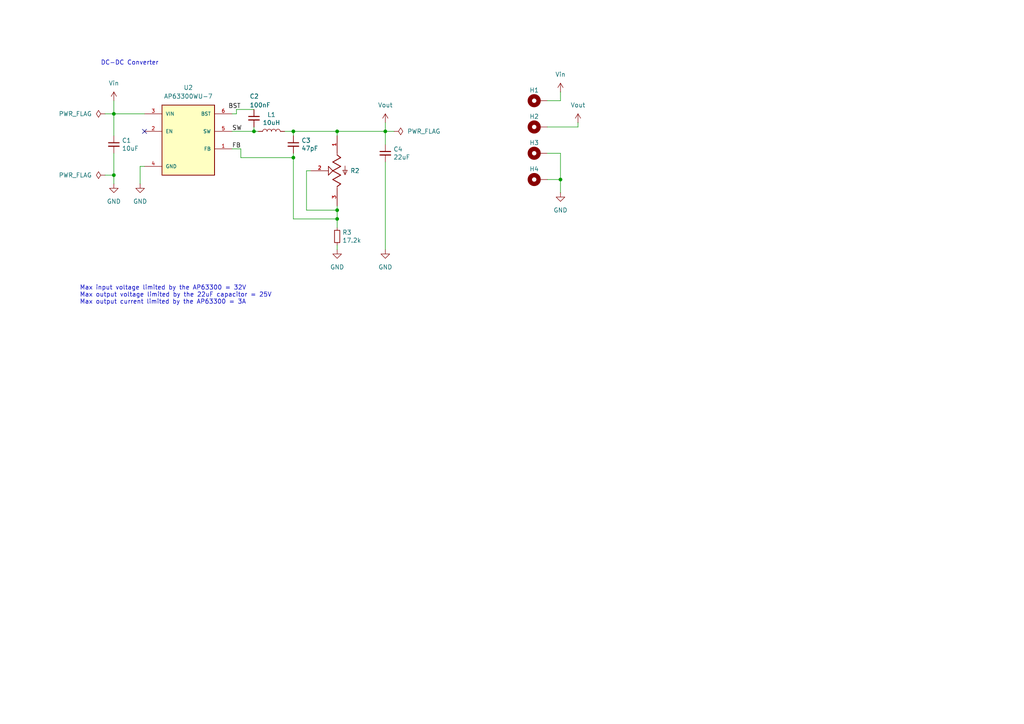
<source format=kicad_sch>
(kicad_sch (version 20231120) (generator "eeschema") (generator_version "8.0")
  (paper "A4")
  (title_block (company "François Gervais"))
  (lib_symbols
    (symbol "AP63300WU-7_1" (pin_names (offset 1.016))
      (property "Reference" "U" (at -7.62 10.16 0))
      (property "Value" "AP63300WU-7" (at -7.62 -12.7 0))
      (symbol "AP63300WU-7_1_0_0"
        (rectangle (start -7.62 -10.16) (end 7.62 10.16) (stroke (width 0.254)) (fill (type background)))
        (pin input line (at 12.7 -2.54 180) (length 5.08) (name "FB") (number "1"))
        (pin input line (at -12.7 2.54 0) (length 5.08) (name "EN") (number "2"))
        (pin power_in line (at -12.7 7.62 0) (length 5.08) (name "VIN") (number "3"))
        (pin power_in line (at -12.7 -7.62 0) (length 5.08) (name "GND") (number "4"))
        (pin output line (at 12.7 2.54 180) (length 5.08) (name "SW") (number "5"))
        (pin input line (at 12.7 7.62 180) (length 5.08) (name "BST") (number "6"))
      )
    )
    (symbol "Device:C_Small" (pin_numbers hide) (pin_names (offset 0.254) hide)
      (property "Reference" "C" (at 0.254 1.778 0))
      (property "Value" "C_Small" (at 0.254 -2.032 0))
      (symbol "C_Small_0_1"
        (polyline (pts (xy -1.524 -0.508) (xy 1.524 -0.508)) (stroke (width 0.3302)))
        (polyline (pts (xy -1.524 0.508) (xy 1.524 0.508)) (stroke (width 0.3048)))
      )
      (symbol "C_Small_1_1"
        (pin passive line (at 0 2.54 270) (length 2.032) (name "~") (number "1"))
        (pin passive line (at 0 -2.54 90) (length 2.032) (name "~") (number "2"))
      )
    )
    (symbol "Device:L" (pin_numbers hide) (pin_names (offset 1.016) hide)
      (property "Reference" "L" (at -1.27 0 90))
      (property "Value" "L" (at 1.905 0 90))
      (symbol "L_0_1"
        (arc (start 0 -2.54) (mid 0.6323 -1.905) (end 0 -1.27))
        (arc (start 0 -1.27) (mid 0.6323 -0.635) (end 0 0))
        (arc (start 0 0) (mid 0.6323 0.635) (end 0 1.27))
        (arc (start 0 1.27) (mid 0.6323 1.905) (end 0 2.54))
      )
      (symbol "L_1_1"
        (pin passive line (at 0 3.81 270) (length 1.27) (name "1") (number "1"))
        (pin passive line (at 0 -3.81 90) (length 1.27) (name "2") (number "2"))
      )
    )
    (symbol "Device:R_Small" (pin_numbers hide) (pin_names (offset 0.254) hide)
      (property "Reference" "R" (at 0.762 0.508 0))
      (property "Value" "R_Small" (at 0.762 -1.016 0))
      (symbol "R_Small_0_1"
        (rectangle (start -0.762 1.778) (end 0.762 -1.778) (stroke (width 0.2032)))
      )
      (symbol "R_Small_1_1"
        (pin passive line (at 0 2.54 270) (length 0.762) (name "~") (number "1"))
        (pin passive line (at 0 -2.54 90) (length 0.762) (name "~") (number "2"))
      )
    )
    (symbol "Mechanical:MountingHole_Pad" (pin_numbers hide) (pin_names (offset 1.016) hide) (exclude_from_sim yes) (in_bom no)
      (property "Reference" "H" (at 0 6.35 0))
      (property "Value" "MountingHole_Pad" (at 0 4.445 0))
      (symbol "MountingHole_Pad_0_1"
        (circle (center 0 1.27) (radius 1.27) (stroke (width 1.27)))
      )
      (symbol "MountingHole_Pad_1_1"
        (pin input line (at 0 -2.54 90) (length 2.54) (name "1") (number "1"))
      )
    )
    (symbol "TC33X-2-504E_1" (pin_names (offset 1.016))
      (property "Reference" "R" (at 3.0511 3.8139 0))
      (property "Value" "TC33X-2-504E" (at 2.5421 -5.0842 0))
      (symbol "TC33X-2-504E_1_0_0"
        (polyline (pts (xy -4.572 0) (xy -5.08 0)) (stroke (width 0.1524)))
        (polyline (pts (xy -3.81 -1.016) (xy -4.572 0)) (stroke (width 0.254)))
        (polyline (pts (xy -2.54 1.27) (xy -3.81 -1.016)) (stroke (width 0.254)))
        (polyline (pts (xy -1.397 -2.286) (xy 1.143 -2.286)) (stroke (width 0.1524)))
        (polyline (pts (xy -1.27 -1.016) (xy -2.54 1.27)) (stroke (width 0.254)))
        (polyline (pts (xy -1.27 2.54) (xy 1.27 2.54)) (stroke (width 0.2032)))
        (polyline (pts (xy -0.127 -2.921) (xy -0.127 -1.651)) (stroke (width 0.1524)))
        (polyline (pts (xy -0.127 -1.651) (xy 1.143 -2.286)) (stroke (width 0.1524)))
        (polyline (pts (xy 0 1.27) (xy -1.27 -1.016)) (stroke (width 0.254)))
        (polyline (pts (xy 0 1.27) (xy -1.27 2.54)) (stroke (width 0.2032)))
        (polyline (pts (xy 1.143 -2.286) (xy -0.127 -2.921)) (stroke (width 0.1524)))
        (polyline (pts (xy 1.27 -1.016) (xy 0 1.27)) (stroke (width 0.254)))
        (polyline (pts (xy 1.27 2.54) (xy 0 1.27)) (stroke (width 0.2032)))
        (polyline (pts (xy 2.54 1.27) (xy 1.27 -1.016)) (stroke (width 0.254)))
        (polyline (pts (xy 3.81 -1.016) (xy 2.54 1.27)) (stroke (width 0.254)))
        (polyline (pts (xy 4.572 0) (xy 3.81 -1.016)) (stroke (width 0.254)))
        (polyline (pts (xy 5.08 0) (xy 4.572 0)) (stroke (width 0.1524)))
        (pin passive line (at -10.16 0 0) (length 5.08) (name "~") (number "1"))
        (pin passive line (at 0 7.62 270) (length 5.08) (name "~") (number "2"))
        (pin passive line (at 10.16 0 180) (length 5.08) (name "~") (number "3"))
      )
    )
    (symbol "power:GND" (power) (pin_numbers hide) (pin_names (offset 0) hide)
      (property "Value" "GND" (at 0 -3.81 0))
      (symbol "GND_0_1"
        (polyline (pts (xy 0 0) (xy 0 -1.27) (xy 1.27 -1.27) (xy 0 -2.54) (xy -1.27 -1.27) (xy 0 -1.27)))
      )
      (symbol "GND_1_1"
        (pin power_in line (at 0 0 270) (length 0) (name "~") (number "1"))
      )
    )
    (symbol "power:PWR_FLAG" (power) (pin_numbers hide) (pin_names (offset 0) hide)
      (property "Value" "PWR_FLAG" (at 0 3.81 0))
      (symbol "PWR_FLAG_0_0"
        (pin power_out line (at 0 0 90) (length 0) (name "~") (number "1"))
      )
      (symbol "PWR_FLAG_0_1"
        (polyline (pts (xy 0 0) (xy 0 1.27) (xy -1.016 1.905) (xy 0 2.54) (xy 1.016 1.905) (xy 0 1.27)))
      )
    )
    (symbol "power:VCC" (power) (pin_numbers hide) (pin_names (offset 0) hide)
      (property "Value" "VCC" (at 0 3.556 0))
      (symbol "VCC_0_1"
        (polyline (pts (xy -0.762 1.27) (xy 0 2.54)))
        (polyline (pts (xy 0 0) (xy 0 2.54)))
        (polyline (pts (xy 0 2.54) (xy 0.762 1.27)))
      )
      (symbol "VCC_1_1"
        (pin power_in line (at 0 0 90) (length 0) (name "~") (number "1"))
      )
    )
  )
  (junction (at 97.79 60.96))
  (junction (at 97.79 63.5))
  (junction (at 73.66 38.1))
  (junction (at 85.09 45.72))
  (junction (at 162.56 52.07))
  (junction (at 111.76 38.1))
  (junction (at 33.02 33.02))
  (junction (at 97.79 38.1))
  (junction (at 85.09 38.1))
  (junction (at 33.02 50.8))
  (no_connect (at 41.91 38.1))
  (wire (pts (xy 162.56 29.21) (xy 162.56 26.67)))
  (wire (pts (xy 111.76 46.99) (xy 111.76 72.39)))
  (wire (pts (xy 88.9 60.96) (xy 97.79 60.96)))
  (wire (pts (xy 82.55 38.1) (xy 85.09 38.1)))
  (wire (pts (xy 88.9 49.53) (xy 90.17 49.53)))
  (wire (pts (xy 33.02 29.21) (xy 33.02 33.02)))
  (wire (pts (xy 158.75 29.21) (xy 162.56 29.21)))
  (wire (pts (xy 97.79 63.5) (xy 97.79 66.04)))
  (wire (pts (xy 85.09 38.1) (xy 85.09 39.37)))
  (wire (pts (xy 69.85 45.72) (xy 85.09 45.72)))
  (wire (pts (xy 97.79 38.1) (xy 111.76 38.1)))
  (wire (pts (xy 30.48 50.8) (xy 33.02 50.8)))
  (wire (pts (xy 97.79 72.39) (xy 97.79 71.12)))
  (wire (pts (xy 88.9 49.53) (xy 88.9 60.96)))
  (wire (pts (xy 73.66 38.1) (xy 74.93 38.1)))
  (wire (pts (xy 85.09 63.5) (xy 97.79 63.5)))
  (wire (pts (xy 33.02 50.8) (xy 33.02 53.34)))
  (wire (pts (xy 111.76 41.91) (xy 111.76 38.1)))
  (wire (pts (xy 97.79 60.96) (xy 97.79 63.5)))
  (wire (pts (xy 158.75 36.83) (xy 167.64 36.83)))
  (wire (pts (xy 69.85 43.18) (xy 69.85 45.72)))
  (wire (pts (xy 162.56 44.45) (xy 162.56 52.07)))
  (wire (pts (xy 67.31 43.18) (xy 69.85 43.18)))
  (wire (pts (xy 85.09 63.5) (xy 85.09 45.72)))
  (wire (pts (xy 167.64 36.83) (xy 167.64 35.56)))
  (wire (pts (xy 67.31 38.1) (xy 73.66 38.1)))
  (wire (pts (xy 41.91 33.02) (xy 33.02 33.02)))
  (wire (pts (xy 97.79 38.1) (xy 97.79 39.37)))
  (wire (pts (xy 85.09 44.45) (xy 85.09 45.72)))
  (wire (pts (xy 33.02 39.37) (xy 33.02 33.02)))
  (wire (pts (xy 30.48 33.02) (xy 33.02 33.02)))
  (wire (pts (xy 111.76 38.1) (xy 111.76 35.56)))
  (wire (pts (xy 33.02 44.45) (xy 33.02 50.8)))
  (wire (pts (xy 68.58 31.75) (xy 68.58 33.02)))
  (wire (pts (xy 73.66 36.83) (xy 73.66 38.1)))
  (wire (pts (xy 85.09 38.1) (xy 97.79 38.1)))
  (wire (pts (xy 158.75 44.45) (xy 162.56 44.45)))
  (wire (pts (xy 68.58 31.75) (xy 73.66 31.75)))
  (wire (pts (xy 162.56 52.07) (xy 162.56 55.88)))
  (wire (pts (xy 40.64 48.26) (xy 41.91 48.26)))
  (wire (pts (xy 68.58 33.02) (xy 67.31 33.02)))
  (wire (pts (xy 158.75 52.07) (xy 162.56 52.07)))
  (wire (pts (xy 97.79 59.69) (xy 97.79 60.96)))
  (wire (pts (xy 111.76 38.1) (xy 114.3 38.1)))
  (wire (pts (xy 40.64 53.34) (xy 40.64 48.26)))
  (text "Max input voltage limited by the AP63300 = 32V\nMax output voltage limited by the 22uF capacitor = 25V\nMax output current limited by the AP63300 = 3A" (at 23.114 88.392 0) (effects (font (size 1.27 1.27)) (justify left bottom)))
  (text "DC-DC Converter" (at 29.21 19.05 0) (effects (font (size 1.27 1.27)) (justify left bottom)))
  (label "SW" (at 67.31 38.1 0))
  (label "BST" (at 69.85 31.75 180))
  (label "FB" (at 67.31 43.18 0))
  (symbol (lib_id "Device:C_Small") (at 33.02 41.91 0) (unit 1)
    (property "Reference" "C1" (at 35.3568 40.7416 0) (effects (justify left)))
    (property "Value" "10uF" (at 35.3568 43.053 0) (effects (justify left)))
    (property "Footprint" "Capacitor_SMD:C_1210_3225Metric_Pad1.33x2.70mm_HandSolder" (effects (hide yes)))
  )
  (symbol (lib_id "Device:C_Small") (at 111.76 44.45 0) (unit 1)
    (property "Reference" "C4" (at 114.0968 43.2816 0) (effects (justify left)))
    (property "Value" "22uF" (at 114.0968 45.593 0) (effects (justify left)))
    (property "Footprint" "Capacitor_SMD:C_1210_3225Metric_Pad1.33x2.70mm_HandSolder" (effects (hide yes)))
  )
  (symbol (lib_id "Device:R_Small") (at 97.79 68.58 0) (unit 1)
    (property "Reference" "R3" (at 99.2886 67.4116 0) (effects (justify left)))
    (property "Value" "17.2k" (at 99.2886 69.723 0) (effects (justify left)))
    (property "Footprint" "Resistor_SMD:R_0603_1608Metric" (effects (hide yes)))
  )
  (symbol (lib_id "Device:C_Small") (at 85.09 41.91 0) (unit 1)
    (property "Reference" "C3" (at 87.4268 40.7416 0) (effects (justify left)))
    (property "Value" "47pF" (at 87.4268 43.053 0) (effects (justify left)))
    (property "Footprint" "Capacitor_SMD:C_0603_1608Metric" (effects (hide yes)))
  )
  (symbol (lib_id "Device:C_Small") (at 73.66 34.29 0) (unit 1)
    (property "Reference" "C2" (at 72.39 27.94 0) (effects (justify left)))
    (property "Value" "100nF" (at 72.39 30.48 0) (effects (justify left)))
    (property "Footprint" "Capacitor_SMD:C_0603_1608Metric" (effects (hide yes)))
  )
  (symbol (lib_id "Device:L") (at 78.74 38.1 90) (unit 1)
    (property "Reference" "L1" (at 78.74 33.274 90))
    (property "Value" "10uH" (at 78.74 35.5854 90))
    (property "Footprint" "SPM10040T_100M:IND_SPM10040T-100M" (effects (hide yes)))
  )
  (symbol (lib_id "power:PWR_FLAG") (at 114.3 38.1 270) (unit 1)
    (property "Reference" "#FLG03" (effects (hide yes)))
    (property "Value" "PWR_FLAG" (at 118.11 38.0999 90) (effects (justify left)))
    (property "Description" "Special symbol for telling ERC where power comes from" (effects (hide yes)))
  )
  (symbol (lib_id "power:PWR_FLAG") (at 30.48 50.8 90) (unit 1)
    (property "Reference" "#FLG02" (effects (hide yes)))
    (property "Value" "PWR_FLAG" (at 26.67 50.7999 90) (effects (justify left)))
    (property "Description" "Special symbol for telling ERC where power comes from" (effects (hide yes)))
  )
  (symbol (lib_id "Mechanical:MountingHole_Pad") (at 156.21 52.07 90) (unit 1) (exclude_from_sim yes) (in_bom no)
    (property "Reference" "H4" (at 154.94 49.022 90))
    (property "Value" "MountingHole_Pad" (effects (hide yes)))
    (property "Footprint" "MountingHole:MountingHole_2.2mm_M2_ISO14580_Pad" (effects (hide yes)))
    (property "Description" "Mounting Hole with connection" (effects (hide yes)))
  )
  (symbol (lib_id "power:GND") (at 162.56 55.88 0) (unit 1)
    (property "Reference" "#PWR03" (effects (hide yes)))
    (property "Value" "GND" (at 162.56 60.96 0))
    (property "Description" "Power symbol creates a global label with name \"GND\" , ground" (effects (hide yes)))
  )
  (symbol (lib_id "power:GND") (at 40.64 53.34 0) (unit 1)
    (property "Reference" "#PWR05" (effects (hide yes)))
    (property "Value" "GND" (at 40.64 58.42 0))
    (property "Description" "Power symbol creates a global label with name \"GND\" , ground" (effects (hide yes)))
  )
  (symbol (lib_name "TC33X-2-504E_1") (lib_id "TC33X-2-504E:TC33X-2-504E") (at 97.79 49.53 90) (mirror x) (unit 1)
    (property "Reference" "R2" (at 101.6 49.5301 90) (effects (justify right)))
    (property "Value" "TC33X-2-504E" (effects (hide yes)))
    (property "Footprint" "TC33X_2_504E:TRIM_TC33X-2-504E" (effects (hide yes)))
    (property "Description" "Res Trimmer 100K Ohm 25% 1/10W 1_Elec_/1_Mech_Turn _3 X 3.8mm_ Foot Print SMD Embossed T/R" (effects (hide yes)))
    (property "MF" "Bourns" (effects (hide yes)))
    (property "PACKAGE" "Bourns" (effects (hide yes)))
    (property "PRICE" "None" (effects (hide yes)))
    (property "MP" "TC33X-2-104E" (effects (hide yes)))
    (property "AVAILABILITY" "Unavailable" (effects (hide yes)))
  )
  (symbol (lib_id "power:VCC") (at 111.76 35.56 0) (unit 1)
    (property "Reference" "#PWR04" (effects (hide yes)))
    (property "Value" "Vout" (at 111.76 30.48 0))
    (property "Description" "Power symbol creates a global label with name \"VCC\"" (effects (hide yes)))
  )
  (symbol (lib_id "Mechanical:MountingHole_Pad") (at 156.21 36.83 90) (unit 1) (exclude_from_sim yes) (in_bom no)
    (property "Reference" "H2" (at 154.94 33.782 90))
    (property "Value" "MountingHole_Pad" (effects (hide yes)))
    (property "Footprint" "MountingHole:MountingHole_2.2mm_M2_ISO14580_Pad" (effects (hide yes)))
    (property "Description" "Mounting Hole with connection" (effects (hide yes)))
  )
  (symbol (lib_id "Mechanical:MountingHole_Pad") (at 156.21 44.45 90) (unit 1) (exclude_from_sim yes) (in_bom no)
    (property "Reference" "H3" (at 154.94 41.402 90))
    (property "Value" "MountingHole_Pad" (effects (hide yes)))
    (property "Footprint" "MountingHole:MountingHole_2.2mm_M2_ISO14580_Pad" (effects (hide yes)))
    (property "Description" "Mounting Hole with connection" (effects (hide yes)))
  )
  (symbol (lib_name "AP63300WU-7_1") (lib_id "AP63300WU-7:AP63300WU-7") (at 54.61 40.64 0) (unit 1)
    (property "Reference" "U2" (at 54.61 25.4 0))
    (property "Value" "AP63300WU-7" (at 54.61 27.94 0))
    (property "Footprint" "AP63300WU-7:SOT95P280X100-6N" (effects (hide yes)))
    (property "PARTREV" "2020-04-24" (effects (hide yes)))
    (property "MANUFACTURER" "DIODES" (effects (hide yes)))
    (property "MAXIMUM_PACKAGE_HEIGHT" "1.00mm" (effects (hide yes)))
    (property "STANDARD" "Manufacturer Recommendations" (effects (hide yes)))
  )
  (symbol (lib_id "power:GND") (at 111.76 72.39 0) (unit 1)
    (property "Reference" "#PWR07" (effects (hide yes)))
    (property "Value" "GND" (at 111.76 77.47 0))
    (property "Description" "Power symbol creates a global label with name \"GND\" , ground" (effects (hide yes)))
  )
  (symbol (lib_id "power:PWR_FLAG") (at 30.48 33.02 90) (unit 1)
    (property "Reference" "#FLG01" (effects (hide yes)))
    (property "Value" "PWR_FLAG" (at 26.67 33.0199 90) (effects (justify left)))
    (property "Description" "Special symbol for telling ERC where power comes from" (effects (hide yes)))
  )
  (symbol (lib_id "power:VCC") (at 162.56 26.67 0) (unit 1)
    (property "Reference" "#PWR08" (effects (hide yes)))
    (property "Value" "Vin" (at 162.56 21.59 0))
    (property "Description" "Power symbol creates a global label with name \"VCC\"" (effects (hide yes)))
  )
  (symbol (lib_id "power:VCC") (at 33.02 29.21 0) (unit 1)
    (property "Reference" "#PWR01" (effects (hide yes)))
    (property "Value" "Vin" (at 33.02 24.13 0))
    (property "Description" "Power symbol creates a global label with name \"VCC\"" (effects (hide yes)))
  )
  (symbol (lib_id "Mechanical:MountingHole_Pad") (at 156.21 29.21 90) (unit 1) (exclude_from_sim yes) (in_bom no)
    (property "Reference" "H1" (at 154.94 26.162 90))
    (property "Value" "MountingHole_Pad" (effects (hide yes)))
    (property "Footprint" "MountingHole:MountingHole_2.2mm_M2_ISO14580_Pad" (effects (hide yes)))
    (property "Description" "Mounting Hole with connection" (effects (hide yes)))
  )
  (symbol (lib_id "power:GND") (at 97.79 72.39 0) (unit 1)
    (property "Reference" "#PWR06" (effects (hide yes)))
    (property "Value" "GND" (at 97.79 77.47 0))
    (property "Description" "Power symbol creates a global label with name \"GND\" , ground" (effects (hide yes)))
  )
  (symbol (lib_id "power:GND") (at 33.02 53.34 0) (unit 1)
    (property "Reference" "#PWR02" (effects (hide yes)))
    (property "Value" "GND" (at 33.02 58.42 0))
    (property "Description" "Power symbol creates a global label with name \"GND\" , ground" (effects (hide yes)))
  )
  (symbol (lib_id "power:VCC") (at 167.64 35.56 0) (unit 1)
    (property "Reference" "#PWR09" (effects (hide yes)))
    (property "Value" "Vout" (at 167.64 30.48 0))
    (property "Description" "Power symbol creates a global label with name \"VCC\"" (effects (hide yes)))
  )
)
</source>
